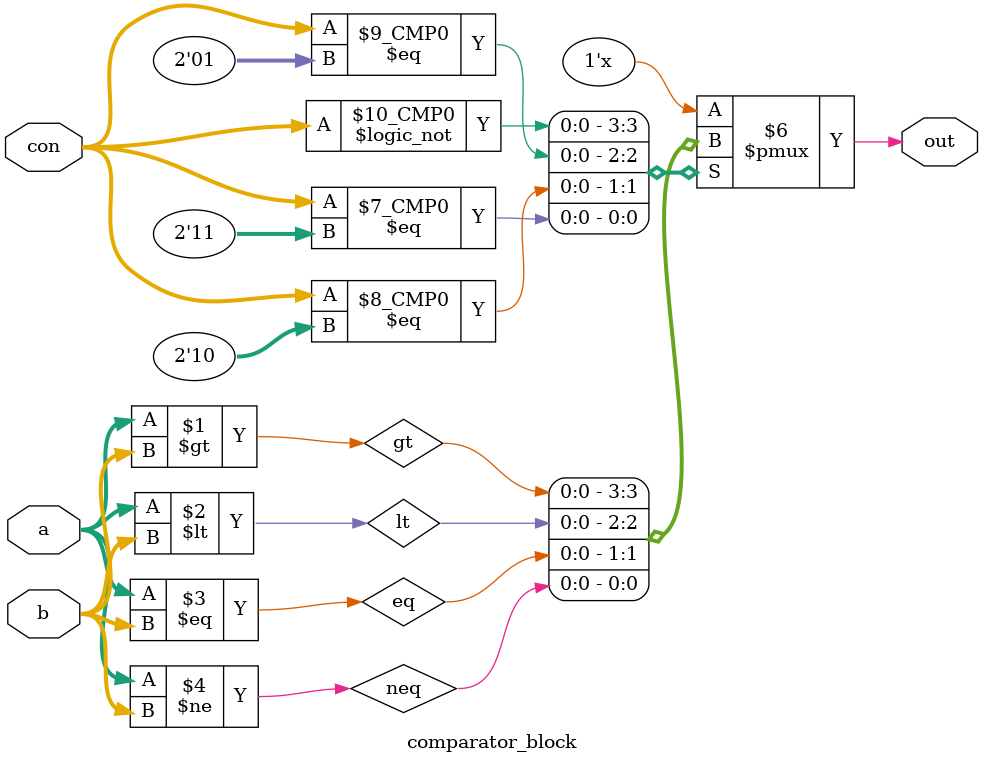
<source format=v>
module comparator_block(input [31:0] a, b,  // Inputs
                        input [1:0] con,  // Condition code (0: Greater than, 1: Less than, 2: Equal, 3: Not equal)
                        output reg out);  // Comparator block output

  assign gt = (a > b);
  assign lt = (a < b);
  assign eq = (a == b);
  assign neq = (a != b);

  always @(*)
  begin
    case (con)
      2'b00: out = gt;
      2'b01: out = lt;
      2'b10: out = eq;
      2'b11: out = neq;
      default: out = 1'b0;
    endcase
  end

endmodule

</source>
